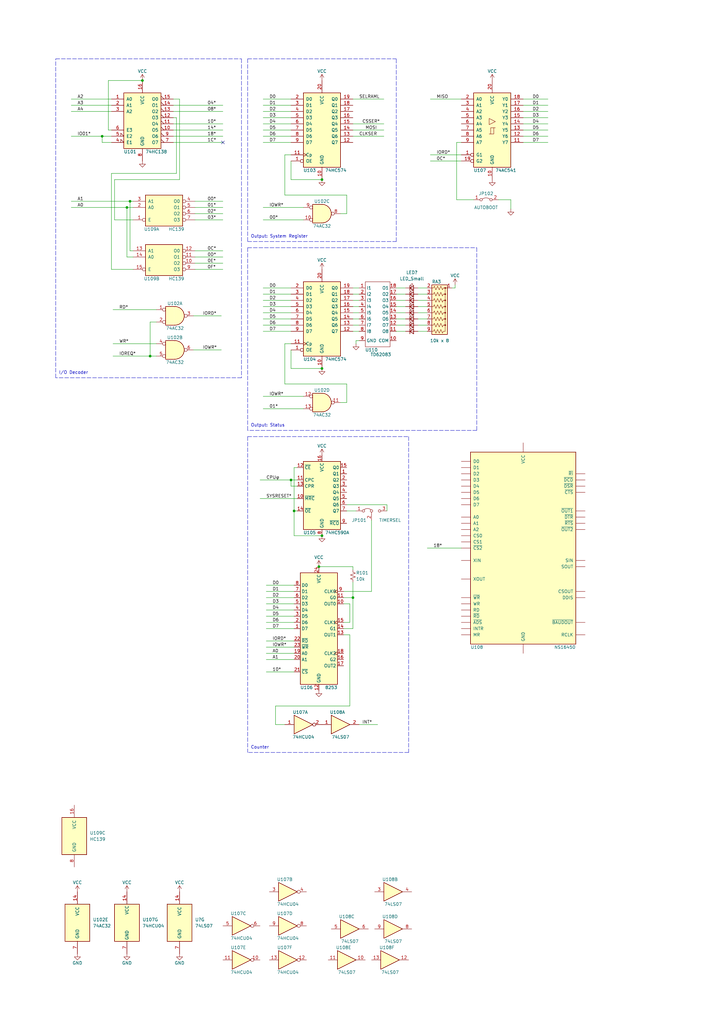
<source format=kicad_sch>
(kicad_sch (version 20211123) (generator eeschema)
  (paper "A3" portrait)
  (lib_symbols
    (symbol "74xx:74HC04"
      (property "Reference" "U" (at 0 1.27 0))
      (property "Value" "74HC04" (at 0 -1.27 0))
      (symbol "74HC04_1_0"
        (pin input line (at -7.62 0 0) (length 3.81) (name "~") (number "1"))
        (pin output inverted (at 7.62 0 180) (length 3.81) (name "~") (number "2"))
      )
      (symbol "74HC04_2_0"
        (pin input line (at -7.62 0 0) (length 3.81) (name "~") (number "3"))
        (pin output inverted (at 7.62 0 180) (length 3.81) (name "~") (number "4"))
      )
      (symbol "74HC04_3_0"
        (pin input line (at -7.62 0 0) (length 3.81) (name "~") (number "5"))
        (pin output inverted (at 7.62 0 180) (length 3.81) (name "~") (number "6"))
      )
      (symbol "74HC04_4_0"
        (pin output inverted (at 7.62 0 180) (length 3.81) (name "~") (number "8"))
        (pin input line (at -7.62 0 0) (length 3.81) (name "~") (number "9"))
      )
      (symbol "74HC04_5_0"
        (pin output inverted (at 7.62 0 180) (length 3.81) (name "~") (number "10"))
        (pin input line (at -7.62 0 0) (length 3.81) (name "~") (number "11"))
      )
      (symbol "74HC04_6_0"
        (pin output inverted (at 7.62 0 180) (length 3.81) (name "~") (number "12"))
        (pin input line (at -7.62 0 0) (length 3.81) (name "~") (number "13"))
      )
      (symbol "74HC04_7_0"
        (pin power_in line (at 0 12.7 270) (length 5.08) (name "VCC") (number "14"))
        (pin power_in line (at 0 -12.7 90) (length 5.08) (name "GND") (number "7"))
      )
    )
    (symbol "74xx:74HC590A"
      (property "Reference" "U" (at -7.62 16.51 0))
      (property "Value" "74HC590A" (at -7.62 -13.97 0))
      (symbol "74HC590A_1_0"
        (pin tri_state line (at 10.16 10.16 180) (length 2.54) (name "Q1") (number "1"))
        (pin input line (at -10.16 0 0) (length 2.54) (name "~{MRC}") (number "10"))
        (pin input line (at -10.16 7.62 0) (length 2.54) (name "CPC") (number "11"))
        (pin input line (at -10.16 12.7 0) (length 2.54) (name "~{CE}") (number "12"))
        (pin input line (at -10.16 5.08 0) (length 2.54) (name "CPR") (number "13"))
        (pin input line (at -10.16 -5.08 0) (length 2.54) (name "~{OE}") (number "14"))
        (pin tri_state line (at 10.16 12.7 180) (length 2.54) (name "Q0") (number "15"))
        (pin power_in line (at 0 17.78 270) (length 2.54) (name "VCC") (number "16"))
        (pin tri_state line (at 10.16 7.62 180) (length 2.54) (name "Q2") (number "2"))
        (pin tri_state line (at 10.16 5.08 180) (length 2.54) (name "Q3") (number "3"))
        (pin tri_state line (at 10.16 2.54 180) (length 2.54) (name "Q4") (number "4"))
        (pin tri_state line (at 10.16 0 180) (length 2.54) (name "Q5") (number "5"))
        (pin tri_state line (at 10.16 -2.54 180) (length 2.54) (name "Q6") (number "6"))
        (pin tri_state line (at 10.16 -5.08 180) (length 2.54) (name "Q7") (number "7"))
        (pin power_in line (at 0 -15.24 90) (length 2.54) (name "GND") (number "8"))
        (pin output line (at 10.16 -10.16 180) (length 2.54) (name "~{RCO}") (number "9"))
      )
    )
    (symbol "74xx:74LS07" (pin_names (offset 1.016))
      (property "Reference" "U" (at 0 1.27 0))
      (property "Value" "74LS07" (at 0 -1.27 0))
      (symbol "74LS07_1_0"
        (pin input line (at -7.62 0 0) (length 3.81) (name "~") (number "1"))
        (pin open_collector line (at 7.62 0 180) (length 3.81) (name "~") (number "2"))
      )
      (symbol "74LS07_2_0"
        (pin input line (at -7.62 0 0) (length 3.81) (name "~") (number "3"))
        (pin open_collector line (at 7.62 0 180) (length 3.81) (name "~") (number "4"))
      )
      (symbol "74LS07_3_0"
        (pin input line (at -7.62 0 0) (length 3.81) (name "~") (number "5"))
        (pin open_collector line (at 7.62 0 180) (length 3.81) (name "~") (number "6"))
      )
      (symbol "74LS07_4_0"
        (pin open_collector line (at 7.62 0 180) (length 3.81) (name "~") (number "8"))
        (pin input line (at -7.62 0 0) (length 3.81) (name "~") (number "9"))
      )
      (symbol "74LS07_5_0"
        (pin open_collector line (at 7.62 0 180) (length 3.81) (name "~") (number "10"))
        (pin input line (at -7.62 0 0) (length 3.81) (name "~") (number "11"))
      )
      (symbol "74LS07_6_0"
        (pin open_collector line (at 7.62 0 180) (length 3.81) (name "~") (number "12"))
        (pin input line (at -7.62 0 0) (length 3.81) (name "~") (number "13"))
      )
      (symbol "74LS07_7_0"
        (pin power_in line (at 0 12.7 270) (length 5.08) (name "VCC") (number "14"))
        (pin power_in line (at 0 -12.7 90) (length 5.08) (name "GND") (number "7"))
      )
    )
    (symbol "74xx:74LS138" (pin_names (offset 1.016))
      (property "Reference" "U" (at -7.62 11.43 0))
      (property "Value" "74LS138" (at -7.62 -13.97 0))
      (symbol "74LS138_1_0"
        (pin input line (at -12.7 7.62 0) (length 5.08) (name "A0") (number "1"))
        (pin output output_low (at 12.7 -5.08 180) (length 5.08) (name "O5") (number "10"))
        (pin output output_low (at 12.7 -2.54 180) (length 5.08) (name "O4") (number "11"))
        (pin output output_low (at 12.7 0 180) (length 5.08) (name "O3") (number "12"))
        (pin output output_low (at 12.7 2.54 180) (length 5.08) (name "O2") (number "13"))
        (pin output output_low (at 12.7 5.08 180) (length 5.08) (name "O1") (number "14"))
        (pin output output_low (at 12.7 7.62 180) (length 5.08) (name "O0") (number "15"))
        (pin power_in line (at 0 15.24 270) (length 5.08) (name "VCC") (number "16"))
        (pin input line (at -12.7 5.08 0) (length 5.08) (name "A1") (number "2"))
        (pin input line (at -12.7 2.54 0) (length 5.08) (name "A2") (number "3"))
        (pin input input_low (at -12.7 -10.16 0) (length 5.08) (name "E1") (number "4"))
        (pin input input_low (at -12.7 -7.62 0) (length 5.08) (name "E2") (number "5"))
        (pin input line (at -12.7 -5.08 0) (length 5.08) (name "E3") (number "6"))
        (pin output output_low (at 12.7 -10.16 180) (length 5.08) (name "O7") (number "7"))
        (pin power_in line (at 0 -17.78 90) (length 5.08) (name "GND") (number "8"))
        (pin output output_low (at 12.7 -7.62 180) (length 5.08) (name "O6") (number "9"))
      )
    )
    (symbol "74xx:74LS139" (pin_names (offset 1.016))
      (property "Reference" "U" (at -7.62 8.89 0))
      (property "Value" "74LS139" (at -7.62 -8.89 0))
      (symbol "74LS139_1_0"
        (pin input inverted (at -12.7 -5.08 0) (length 5.08) (name "E") (number "1"))
        (pin input line (at -12.7 0 0) (length 5.08) (name "A0") (number "2"))
        (pin input line (at -12.7 2.54 0) (length 5.08) (name "A1") (number "3"))
        (pin output inverted (at 12.7 2.54 180) (length 5.08) (name "O0") (number "4"))
        (pin output inverted (at 12.7 0 180) (length 5.08) (name "O1") (number "5"))
        (pin output inverted (at 12.7 -2.54 180) (length 5.08) (name "O2") (number "6"))
        (pin output inverted (at 12.7 -5.08 180) (length 5.08) (name "O3") (number "7"))
      )
      (symbol "74LS139_2_0"
        (pin output inverted (at 12.7 -2.54 180) (length 5.08) (name "O2") (number "10"))
        (pin output inverted (at 12.7 0 180) (length 5.08) (name "O1") (number "11"))
        (pin output inverted (at 12.7 2.54 180) (length 5.08) (name "O0") (number "12"))
        (pin input line (at -12.7 2.54 0) (length 5.08) (name "A1") (number "13"))
        (pin input line (at -12.7 0 0) (length 5.08) (name "A0") (number "14"))
        (pin input inverted (at -12.7 -5.08 0) (length 5.08) (name "E") (number "15"))
        (pin output inverted (at 12.7 -5.08 180) (length 5.08) (name "O3") (number "9"))
      )
      (symbol "74LS139_3_0"
        (pin power_in line (at 0 12.7 270) (length 5.08) (name "VCC") (number "16"))
        (pin power_in line (at 0 -12.7 90) (length 5.08) (name "GND") (number "8"))
      )
    )
    (symbol "74xx:74LS32" (pin_names (offset 1.016))
      (property "Reference" "U" (at 0 1.27 0))
      (property "Value" "74LS32" (at 0 -1.27 0))
      (symbol "74LS32_1_1"
        (pin input line (at -7.62 2.54 0) (length 4.318) (name "~") (number "1"))
        (pin input line (at -7.62 -2.54 0) (length 4.318) (name "~") (number "2"))
        (pin output line (at 7.62 0 180) (length 3.81) (name "~") (number "3"))
      )
      (symbol "74LS32_1_2"
        (pin input inverted (at -7.62 2.54 0) (length 3.81) (name "~") (number "1"))
        (pin input inverted (at -7.62 -2.54 0) (length 3.81) (name "~") (number "2"))
        (pin output inverted (at 7.62 0 180) (length 3.81) (name "~") (number "3"))
      )
      (symbol "74LS32_2_1"
        (pin input line (at -7.62 2.54 0) (length 4.318) (name "~") (number "4"))
        (pin input line (at -7.62 -2.54 0) (length 4.318) (name "~") (number "5"))
        (pin output line (at 7.62 0 180) (length 3.81) (name "~") (number "6"))
      )
      (symbol "74LS32_2_2"
        (pin input inverted (at -7.62 2.54 0) (length 3.81) (name "~") (number "4"))
        (pin input inverted (at -7.62 -2.54 0) (length 3.81) (name "~") (number "5"))
        (pin output inverted (at 7.62 0 180) (length 3.81) (name "~") (number "6"))
      )
      (symbol "74LS32_3_1"
        (pin input line (at -7.62 -2.54 0) (length 4.318) (name "~") (number "10"))
        (pin output line (at 7.62 0 180) (length 3.81) (name "~") (number "8"))
        (pin input line (at -7.62 2.54 0) (length 4.318) (name "~") (number "9"))
      )
      (symbol "74LS32_3_2"
        (pin input inverted (at -7.62 -2.54 0) (length 3.81) (name "~") (number "10"))
        (pin output inverted (at 7.62 0 180) (length 3.81) (name "~") (number "8"))
        (pin input inverted (at -7.62 2.54 0) (length 3.81) (name "~") (number "9"))
      )
      (symbol "74LS32_4_1"
        (pin output line (at 7.62 0 180) (length 3.81) (name "~") (number "11"))
        (pin input line (at -7.62 2.54 0) (length 4.318) (name "~") (number "12"))
        (pin input line (at -7.62 -2.54 0) (length 4.318) (name "~") (number "13"))
      )
      (symbol "74LS32_4_2"
        (pin output inverted (at 7.62 0 180) (length 3.81) (name "~") (number "11"))
        (pin input inverted (at -7.62 2.54 0) (length 3.81) (name "~") (number "12"))
        (pin input inverted (at -7.62 -2.54 0) (length 3.81) (name "~") (number "13"))
      )
      (symbol "74LS32_5_0"
        (pin power_in line (at 0 12.7 270) (length 5.08) (name "VCC") (number "14"))
        (pin power_in line (at 0 -12.7 90) (length 5.08) (name "GND") (number "7"))
      )
    )
    (symbol "74xx:74LS541" (pin_names (offset 1.016))
      (property "Reference" "U" (at -7.62 16.51 0))
      (property "Value" "74LS541" (at -7.62 -16.51 0))
      (symbol "74LS541_1_0"
        (pin input inverted (at -12.7 -10.16 0) (length 5.08) (name "G1") (number "1"))
        (pin power_in line (at 0 -20.32 90) (length 5.08) (name "GND") (number "10"))
        (pin tri_state line (at 12.7 -5.08 180) (length 5.08) (name "Y7") (number "11"))
        (pin tri_state line (at 12.7 -2.54 180) (length 5.08) (name "Y6") (number "12"))
        (pin tri_state line (at 12.7 0 180) (length 5.08) (name "Y5") (number "13"))
        (pin tri_state line (at 12.7 2.54 180) (length 5.08) (name "Y4") (number "14"))
        (pin tri_state line (at 12.7 5.08 180) (length 5.08) (name "Y3") (number "15"))
        (pin tri_state line (at 12.7 7.62 180) (length 5.08) (name "Y2") (number "16"))
        (pin tri_state line (at 12.7 10.16 180) (length 5.08) (name "Y1") (number "17"))
        (pin tri_state line (at 12.7 12.7 180) (length 5.08) (name "Y0") (number "18"))
        (pin input inverted (at -12.7 -12.7 0) (length 5.08) (name "G2") (number "19"))
        (pin input line (at -12.7 12.7 0) (length 5.08) (name "A0") (number "2"))
        (pin power_in line (at 0 20.32 270) (length 5.08) (name "VCC") (number "20"))
        (pin input line (at -12.7 10.16 0) (length 5.08) (name "A1") (number "3"))
        (pin input line (at -12.7 7.62 0) (length 5.08) (name "A2") (number "4"))
        (pin input line (at -12.7 5.08 0) (length 5.08) (name "A3") (number "5"))
        (pin input line (at -12.7 2.54 0) (length 5.08) (name "A4") (number "6"))
        (pin input line (at -12.7 0 0) (length 5.08) (name "A5") (number "7"))
        (pin input line (at -12.7 -2.54 0) (length 5.08) (name "A6") (number "8"))
        (pin input line (at -12.7 -5.08 0) (length 5.08) (name "A7") (number "9"))
      )
    )
    (symbol "74xx:74LS574" (pin_names (offset 1.016))
      (property "Reference" "U" (at -7.62 16.51 0))
      (property "Value" "74LS574" (at -7.62 -16.51 0))
      (symbol "74LS574_1_0"
        (pin input inverted (at -12.7 -12.7 0) (length 5.08) (name "OE") (number "1"))
        (pin power_in line (at 0 -20.32 90) (length 5.08) (name "GND") (number "10"))
        (pin input clock (at -12.7 -10.16 0) (length 5.08) (name "Cp") (number "11"))
        (pin tri_state line (at 12.7 -5.08 180) (length 5.08) (name "Q7") (number "12"))
        (pin tri_state line (at 12.7 -2.54 180) (length 5.08) (name "Q6") (number "13"))
        (pin tri_state line (at 12.7 0 180) (length 5.08) (name "Q5") (number "14"))
        (pin tri_state line (at 12.7 2.54 180) (length 5.08) (name "Q4") (number "15"))
        (pin tri_state line (at 12.7 5.08 180) (length 5.08) (name "Q3") (number "16"))
        (pin tri_state line (at 12.7 7.62 180) (length 5.08) (name "Q2") (number "17"))
        (pin tri_state line (at 12.7 10.16 180) (length 5.08) (name "Q1") (number "18"))
        (pin tri_state line (at 12.7 12.7 180) (length 5.08) (name "Q0") (number "19"))
        (pin input line (at -12.7 12.7 0) (length 5.08) (name "D0") (number "2"))
        (pin power_in line (at 0 20.32 270) (length 5.08) (name "VCC") (number "20"))
        (pin input line (at -12.7 10.16 0) (length 5.08) (name "D1") (number "3"))
        (pin input line (at -12.7 7.62 0) (length 5.08) (name "D2") (number "4"))
        (pin input line (at -12.7 5.08 0) (length 5.08) (name "D3") (number "5"))
        (pin input line (at -12.7 2.54 0) (length 5.08) (name "D4") (number "6"))
        (pin input line (at -12.7 0 0) (length 5.08) (name "D5") (number "7"))
        (pin input line (at -12.7 -2.54 0) (length 5.08) (name "D6") (number "8"))
        (pin input line (at -12.7 -5.08 0) (length 5.08) (name "D7") (number "9"))
      )
    )
    (symbol "Device:LED_Small" (pin_numbers hide) (pin_names (offset 0.254) hide)
      (property "Reference" "D" (at -1.27 3.175 0))
      (property "Value" "LED_Small" (at -4.445 -2.54 0))
      (symbol "LED_Small_1_1"
        (pin passive line (at -2.54 0 0) (length 1.778) (name "K") (number "1"))
        (pin passive line (at 2.54 0 180) (length 1.778) (name "A") (number "2"))
      )
    )
    (symbol "Device:R_Network08_US" (pin_names (offset 0) hide)
      (property "Reference" "RN" (at -12.7 0 90))
      (property "Value" "R_Network08_US" (at 10.16 0 90))
      (symbol "R_Network08_US_1_1"
        (pin passive line (at -10.16 5.08 270) (length 2.54) (name "common") (number "1"))
        (pin passive line (at -10.16 -5.08 90) (length 1.27) (name "R1") (number "2"))
        (pin passive line (at -7.62 -5.08 90) (length 1.27) (name "R2") (number "3"))
        (pin passive line (at -5.08 -5.08 90) (length 1.27) (name "R3") (number "4"))
        (pin passive line (at -2.54 -5.08 90) (length 1.27) (name "R4") (number "5"))
        (pin passive line (at 0 -5.08 90) (length 1.27) (name "R5") (number "6"))
        (pin passive line (at 2.54 -5.08 90) (length 1.27) (name "R6") (number "7"))
        (pin passive line (at 5.08 -5.08 90) (length 1.27) (name "R7") (number "8"))
        (pin passive line (at 7.62 -5.08 90) (length 1.27) (name "R8") (number "9"))
      )
    )
    (symbol "Device:R_Small_US" (pin_numbers hide) (pin_names (offset 0.254) hide)
      (property "Reference" "R" (at 0.762 0.508 0))
      (property "Value" "R_Small_US" (at 0.762 -1.016 0))
      (symbol "R_Small_US_1_1"
        (pin passive line (at 0 2.54 270) (length 1.016) (name "~") (number "1"))
        (pin passive line (at 0 -2.54 90) (length 1.016) (name "~") (number "2"))
      )
    )
    (symbol "Interface_UART:16450" (pin_numbers hide) (pin_names (offset 1.016))
      (property "Reference" "U" (at -21.59 40.64 0))
      (property "Value" "16450" (at 15.24 40.64 0))
      (symbol "16450_1_1"
        (pin bidirectional line (at -25.4 35.56 0) (length 3.81) (name "D0") (number "1"))
        (pin input line (at 25.4 -5.08 180) (length 3.81) (name "SIN") (number "10"))
        (pin output line (at 25.4 -7.62 180) (length 3.81) (name "SOUT") (number "11"))
        (pin input line (at -25.4 5.08 0) (length 3.81) (name "CS0") (number "12"))
        (pin input line (at -25.4 2.54 0) (length 3.81) (name "CS1") (number "13"))
        (pin input line (at -25.4 0 0) (length 3.81) (name "~{CS2}") (number "14"))
        (pin output line (at 25.4 -30.48 180) (length 3.81) (name "~{BAUDOUT}") (number "15"))
        (pin input line (at -25.4 -5.08 0) (length 3.81) (name "XIN") (number "16"))
        (pin output line (at -25.4 -12.7 0) (length 3.81) (name "XOUT") (number "17"))
        (pin input line (at -25.4 -20.32 0) (length 3.81) (name "~{WR}") (number "18"))
        (pin input line (at -25.4 -22.86 0) (length 3.81) (name "WR") (number "19"))
        (pin bidirectional line (at -25.4 33.02 0) (length 3.81) (name "D1") (number "2"))
        (pin power_in line (at 0 -43.18 90) (length 3.81) (name "GND") (number "20"))
        (pin input line (at -25.4 -27.94 0) (length 3.81) (name "~{RD}") (number "21"))
        (pin input line (at -25.4 -25.4 0) (length 3.81) (name "RD") (number "22"))
        (pin output line (at 25.4 -20.32 180) (length 3.81) (name "DDIS") (number "23"))
        (pin output line (at 25.4 -17.78 180) (length 3.81) (name "CSOUT") (number "24"))
        (pin input line (at -25.4 -30.48 0) (length 3.81) (name "~{ADS}") (number "25"))
        (pin input line (at -25.4 7.62 0) (length 3.81) (name "A2") (number "26"))
        (pin input line (at -25.4 10.16 0) (length 3.81) (name "A1") (number "27"))
        (pin input line (at -25.4 12.7 0) (length 3.81) (name "A0") (number "28"))
        (pin bidirectional line (at -25.4 30.48 0) (length 3.81) (name "D2") (number "3"))
        (pin output line (at -25.4 -33.02 0) (length 3.81) (name "INTR") (number "30"))
        (pin output line (at 25.4 7.62 180) (length 3.81) (name "~{OUT2}") (number "31"))
        (pin output line (at 25.4 10.16 180) (length 3.81) (name "~{RTS}") (number "32"))
        (pin output line (at 25.4 12.7 180) (length 3.81) (name "~{DTR}") (number "33"))
        (pin output line (at 25.4 15.24 180) (length 3.81) (name "~{OUT1}") (number "34"))
        (pin input line (at -25.4 -35.56 0) (length 3.81) (name "MR") (number "35"))
        (pin input line (at 25.4 22.86 180) (length 3.81) (name "~{CTS}") (number "36"))
        (pin input line (at 25.4 25.4 180) (length 3.81) (name "~{DSR}") (number "37"))
        (pin input line (at 25.4 27.94 180) (length 3.81) (name "~{DCD}") (number "38"))
        (pin input line (at 25.4 30.48 180) (length 3.81) (name "~{RI}") (number "39"))
        (pin bidirectional line (at -25.4 27.94 0) (length 3.81) (name "D3") (number "4"))
        (pin power_in line (at 0 43.18 270) (length 3.81) (name "VCC") (number "40"))
        (pin bidirectional line (at -25.4 25.4 0) (length 3.81) (name "D4") (number "5"))
        (pin bidirectional line (at -25.4 22.86 0) (length 3.81) (name "D5") (number "6"))
        (pin bidirectional line (at -25.4 20.32 0) (length 3.81) (name "D6") (number "7"))
        (pin bidirectional line (at -25.4 17.78 0) (length 3.81) (name "D7") (number "8"))
        (pin input line (at 25.4 -35.56 180) (length 3.81) (name "RCLK") (number "9"))
      )
    )
    (symbol "Jumper:Jumper_2_Bridged" (pin_names (offset 0) hide)
      (property "Reference" "JP" (at 0 1.905 0))
      (property "Value" "Jumper_2_Bridged" (at 0 -2.54 0))
      (symbol "Jumper_2_Bridged_1_1"
        (pin passive line (at -5.08 0 0) (length 2.54) (name "A") (number "1"))
        (pin passive line (at 5.08 0 180) (length 2.54) (name "B") (number "2"))
      )
    )
    (symbol "Jumper:Jumper_3_Bridged12" (pin_names (offset 0) hide)
      (property "Reference" "JP" (at -2.54 -2.54 0))
      (property "Value" "Jumper_3_Bridged12" (at 0 2.794 0))
      (symbol "Jumper_3_Bridged12_1_1"
        (pin passive line (at -6.35 0 0) (length 2.54) (name "A") (number "1"))
        (pin passive line (at 0 -3.81 90) (length 2.54) (name "C") (number "2"))
        (pin passive line (at 6.35 0 180) (length 2.54) (name "B") (number "3"))
      )
    )
    (symbol "Timer:8253"
      (property "Reference" "U" (at -5.08 24.13 0))
      (property "Value" "8253" (at 2.54 24.13 0))
      (symbol "8253_1_1"
        (pin bidirectional line (at -10.16 0 0) (length 2.54) (name "D7") (number "1"))
        (pin output line (at 10.16 10.16 180) (length 2.54) (name "OUT0") (number "10"))
        (pin input line (at 10.16 12.7 180) (length 2.54) (name "G0") (number "11"))
        (pin power_in line (at 0 -25.4 90) (length 2.54) (name "GND") (number "12"))
        (pin output line (at 10.16 -2.54 180) (length 2.54) (name "OUT1") (number "13"))
        (pin input line (at 10.16 0 180) (length 2.54) (name "G1") (number "14"))
        (pin input clock (at 10.16 2.54 180) (length 2.54) (name "CLK1") (number "15"))
        (pin input line (at 10.16 -12.7 180) (length 2.54) (name "G2") (number "16"))
        (pin output line (at 10.16 -15.24 180) (length 2.54) (name "OUT2") (number "17"))
        (pin input clock (at 10.16 -10.16 180) (length 2.54) (name "CLK2") (number "18"))
        (pin input line (at -10.16 -10.16 0) (length 2.54) (name "A0") (number "19"))
        (pin bidirectional line (at -10.16 2.54 0) (length 2.54) (name "D6") (number "2"))
        (pin input line (at -10.16 -12.7 0) (length 2.54) (name "A1") (number "20"))
        (pin input line (at -10.16 -17.78 0) (length 2.54) (name "~{CS}") (number "21"))
        (pin input line (at -10.16 -5.08 0) (length 2.54) (name "~{RD}") (number "22"))
        (pin input line (at -10.16 -7.62 0) (length 2.54) (name "~{WR}") (number "23"))
        (pin power_in line (at 0 25.4 270) (length 2.54) (name "VCC") (number "24"))
        (pin bidirectional line (at -10.16 5.08 0) (length 2.54) (name "D5") (number "3"))
        (pin bidirectional line (at -10.16 7.62 0) (length 2.54) (name "D4") (number "4"))
        (pin bidirectional line (at -10.16 10.16 0) (length 2.54) (name "D3") (number "5"))
        (pin bidirectional line (at -10.16 12.7 0) (length 2.54) (name "D2") (number "6"))
        (pin bidirectional line (at -10.16 15.24 0) (length 2.54) (name "D1") (number "7"))
        (pin bidirectional line (at -10.16 17.78 0) (length 2.54) (name "D0") (number "8"))
        (pin input clock (at 10.16 15.24 180) (length 2.54) (name "CLK0") (number "9"))
      )
    )
    (symbol "Toshiba_Sp:TD62x83"
      (property "Reference" "U" (at 0 16.51 0))
      (property "Value" "TD62x83" (at 0 13.97 0))
      (symbol "TD62x83_1_1"
        (pin input line (at -7.62 10.16 0) (length 2.54) (name "I1") (number "1"))
        (pin power_in line (at 7.62 -11.43 180) (length 2.54) (name "COM") (number "10"))
        (pin output line (at 7.62 -7.62 180) (length 2.54) (name "O8") (number "11"))
        (pin output line (at 7.62 -5.08 180) (length 2.54) (name "O7") (number "12"))
        (pin output line (at 7.62 -2.54 180) (length 2.54) (name "O6") (number "13"))
        (pin output line (at 7.62 0 180) (length 2.54) (name "O5") (number "14"))
        (pin output line (at 7.62 2.54 180) (length 2.54) (name "O4") (number "15"))
        (pin output line (at 7.62 5.08 180) (length 2.54) (name "O3") (number "16"))
        (pin output line (at 7.62 7.62 180) (length 2.54) (name "O2") (number "17"))
        (pin output line (at 7.62 10.16 180) (length 2.54) (name "O1") (number "18"))
        (pin input line (at -7.62 7.62 0) (length 2.54) (name "I2") (number "2"))
        (pin input line (at -7.62 5.08 0) (length 2.54) (name "I3") (number "3"))
        (pin input line (at -7.62 2.54 0) (length 2.54) (name "I4") (number "4"))
        (pin input line (at -7.62 0 0) (length 2.54) (name "I5") (number "5"))
        (pin input line (at -7.62 -2.54 0) (length 2.54) (name "I6") (number "6"))
        (pin input line (at -7.62 -5.08 0) (length 2.54) (name "I7") (number "7"))
        (pin input line (at -7.62 -7.62 0) (length 2.54) (name "I8") (number "8"))
        (pin power_in line (at -7.62 -11.43 0) (length 2.54) (name "GND") (number "9"))
      )
    )
    (symbol "power:GND" (power) (pin_names (offset 0))
      (property "Value" "GND" (at 0 -3.81 0))
      (symbol "GND_1_1"
        (pin power_in line (at 0 0 270) (length 0) hide (name "GND") (number "1"))
      )
    )
    (symbol "power:VCC" (power) (pin_names (offset 0))
      (property "Value" "VCC" (at 0 3.81 0))
      (symbol "VCC_1_1"
        (pin power_in line (at 0 0 90) (length 0) hide (name "VCC") (number "1"))
      )
    )
  )
  (junction (at 119.38 196.85))
  (junction (at 53.34 82.55))
  (junction (at 58.42 33.02))
  (junction (at 41.91 55.88))
  (junction (at 144.78 245.11))
  (junction (at 61.595 146.05))
  (junction (at 120.65 209.55))
  (junction (at 132.08 219.71))
  (junction (at 52.07 85.09))
  (junction (at 130.81 232.41))
  (junction (at 132.08 73.66))
  (junction (at 132.08 151.13))
  (no_connect (at 91.44 58.42))
  (wire (pts (xy 80.01 85.09) (xy 91.44 85.09)))
  (wire (pts (xy 143.51 289.56) (xy 113.03 289.56)))
  (wire (pts (xy 162.56 120.65) (xy 166.37 120.65)))
  (wire (pts (xy 171.45 130.81) (xy 175.26 130.81)))
  (wire (pts (xy 204.47 81.915) (xy 209.55 81.915)))
  (wire (pts (xy 109.22 255.27) (xy 120.65 255.27)))
  (wire (pts (xy 46.99 73.66) (xy 46.99 90.17)))
  (wire (pts (xy 171.45 135.89) (xy 175.26 135.89)))
  (wire (pts (xy 72.39 71.12) (xy 45.72 71.12)))
  (wire (pts (xy 214.63 58.42) (xy 224.79 58.42)))
  (wire (pts (xy 71.12 58.42) (xy 91.44 58.42)))
  (wire (pts (xy 162.56 128.27) (xy 166.37 128.27)))
  (wire (pts (xy 116.84 157.48) (xy 116.84 140.97)))
  (wire (pts (xy 187.325 58.42) (xy 187.325 81.915)))
  (wire (pts (xy 107.95 123.19) (xy 119.38 123.19)))
  (wire (pts (xy 71.12 53.34) (xy 91.44 53.34)))
  (wire (pts (xy 109.22 250.19) (xy 120.65 250.19)))
  (wire (pts (xy 44.45 53.34) (xy 44.45 33.02)))
  (wire (pts (xy 144.78 232.41) (xy 144.78 233.68)))
  (wire (pts (xy 54.61 102.87) (xy 53.34 102.87)))
  (wire (pts (xy 109.22 247.65) (xy 120.65 247.65)))
  (wire (pts (xy 144.78 135.89) (xy 147.32 135.89)))
  (wire (pts (xy 143.51 260.35) (xy 143.51 289.56)))
  (wire (pts (xy 119.38 151.13) (xy 132.08 151.13)))
  (wire (pts (xy 113.03 289.56) (xy 113.03 297.18)))
  (wire (pts (xy 209.55 81.915) (xy 209.55 85.725)))
  (wire (pts (xy 171.45 118.11) (xy 175.26 118.11)))
  (wire (pts (xy 29.21 45.72) (xy 45.72 45.72)))
  (wire (pts (xy 106.68 196.85) (xy 119.38 196.85)))
  (wire (pts (xy 79.375 143.51) (xy 90.805 143.51)))
  (wire (pts (xy 139.7 165.1) (xy 142.24 165.1)))
  (wire (pts (xy 45.72 53.34) (xy 44.45 53.34)))
  (wire (pts (xy 29.21 55.88) (xy 41.91 55.88)))
  (wire (pts (xy 214.63 40.64) (xy 224.79 40.64)))
  (wire (pts (xy 107.95 120.65) (xy 119.38 120.65)))
  (wire (pts (xy 107.95 118.11) (xy 119.38 118.11)))
  (wire (pts (xy 162.56 118.11) (xy 166.37 118.11)))
  (wire (pts (xy 72.39 48.26) (xy 72.39 71.12)))
  (wire (pts (xy 187.325 81.915) (xy 194.31 81.915)))
  (wire (pts (xy 120.65 219.71) (xy 132.08 219.71)))
  (wire (pts (xy 171.45 125.73) (xy 175.26 125.73)))
  (wire (pts (xy 107.95 125.73) (xy 119.38 125.73)))
  (wire (pts (xy 120.65 209.55) (xy 121.92 209.55)))
  (wire (pts (xy 214.63 50.8) (xy 224.79 50.8)))
  (wire (pts (xy 71.12 45.72) (xy 91.44 45.72)))
  (wire (pts (xy 54.61 105.41) (xy 52.07 105.41)))
  (wire (pts (xy 144.78 128.27) (xy 147.32 128.27)))
  (wire (pts (xy 73.66 73.66) (xy 46.99 73.66)))
  (wire (pts (xy 214.63 43.18) (xy 224.79 43.18)))
  (wire (pts (xy 107.95 45.72) (xy 119.38 45.72)))
  (wire (pts (xy 109.22 262.89) (xy 120.65 262.89)))
  (polyline (pts (xy 101.6 101.6) (xy 195.58 101.6)))
  (wire (pts (xy 109.22 240.03) (xy 120.65 240.03)))
  (wire (pts (xy 214.63 48.26) (xy 224.79 48.26)))
  (wire (pts (xy 71.12 48.26) (xy 72.39 48.26)))
  (polyline (pts (xy 101.6 101.6) (xy 101.6 176.53)))
  (wire (pts (xy 140.97 245.11) (xy 144.78 245.11)))
  (wire (pts (xy 162.56 125.73) (xy 166.37 125.73)))
  (wire (pts (xy 120.65 209.55) (xy 120.65 219.71)))
  (wire (pts (xy 142.24 207.01) (xy 158.75 207.01)))
  (wire (pts (xy 109.22 265.43) (xy 120.65 265.43)))
  (wire (pts (xy 109.22 252.73) (xy 120.65 252.73)))
  (wire (pts (xy 185.42 118.11) (xy 186.69 118.11)))
  (wire (pts (xy 158.75 207.01) (xy 158.75 209.55)))
  (wire (pts (xy 80.01 82.55) (xy 91.44 82.55)))
  (wire (pts (xy 79.375 129.54) (xy 90.805 129.54)))
  (wire (pts (xy 41.91 58.42) (xy 45.72 58.42)))
  (wire (pts (xy 143.51 255.27) (xy 140.97 255.27)))
  (wire (pts (xy 107.95 162.56) (xy 124.46 162.56)))
  (wire (pts (xy 80.01 102.87) (xy 91.44 102.87)))
  (wire (pts (xy 119.38 143.51) (xy 119.38 151.13)))
  (wire (pts (xy 214.63 55.88) (xy 224.79 55.88)))
  (wire (pts (xy 107.95 167.64) (xy 124.46 167.64)))
  (wire (pts (xy 109.22 242.57) (xy 120.65 242.57)))
  (polyline (pts (xy 167.64 308.61) (xy 101.6 308.61)))
  (wire (pts (xy 109.22 270.51) (xy 120.65 270.51)))
  (wire (pts (xy 46.355 127) (xy 64.135 127)))
  (wire (pts (xy 171.45 123.19) (xy 175.26 123.19)))
  (wire (pts (xy 41.91 55.88) (xy 41.91 58.42)))
  (polyline (pts (xy 195.58 176.53) (xy 101.6 176.53)))
  (wire (pts (xy 52.07 105.41) (xy 52.07 85.09)))
  (wire (pts (xy 144.78 238.76) (xy 144.78 245.11)))
  (wire (pts (xy 109.22 245.11) (xy 120.65 245.11)))
  (wire (pts (xy 214.63 45.72) (xy 224.79 45.72)))
  (wire (pts (xy 144.78 55.88) (xy 157.48 55.88)))
  (wire (pts (xy 46.355 146.05) (xy 61.595 146.05)))
  (wire (pts (xy 109.22 257.81) (xy 120.65 257.81)))
  (wire (pts (xy 130.81 232.41) (xy 144.78 232.41)))
  (wire (pts (xy 45.72 110.49) (xy 54.61 110.49)))
  (wire (pts (xy 140.97 247.65) (xy 143.51 247.65)))
  (wire (pts (xy 119.38 199.39) (xy 119.38 196.85)))
  (wire (pts (xy 142.24 80.01) (xy 116.84 80.01)))
  (wire (pts (xy 142.24 209.55) (xy 146.05 209.55)))
  (wire (pts (xy 107.95 48.26) (xy 119.38 48.26)))
  (wire (pts (xy 144.78 118.11) (xy 147.32 118.11)))
  (wire (pts (xy 29.21 40.64) (xy 45.72 40.64)))
  (polyline (pts (xy 101.6 179.07) (xy 101.6 308.61)))
  (wire (pts (xy 147.32 297.18) (xy 154.94 297.18)))
  (wire (pts (xy 52.07 85.09) (xy 54.61 85.09)))
  (polyline (pts (xy 167.64 179.07) (xy 167.64 308.61)))
  (wire (pts (xy 61.595 132.08) (xy 61.595 146.05)))
  (wire (pts (xy 116.84 63.5) (xy 119.38 63.5)))
  (wire (pts (xy 107.95 43.18) (xy 119.38 43.18)))
  (wire (pts (xy 107.95 90.17) (xy 124.46 90.17)))
  (wire (pts (xy 71.12 43.18) (xy 91.44 43.18)))
  (wire (pts (xy 41.91 55.88) (xy 45.72 55.88)))
  (wire (pts (xy 64.135 132.08) (xy 61.595 132.08)))
  (polyline (pts (xy 99.06 24.13) (xy 99.06 154.94)))
  (wire (pts (xy 121.92 191.77) (xy 120.65 191.77)))
  (wire (pts (xy 107.95 50.8) (xy 119.38 50.8)))
  (wire (pts (xy 107.95 130.81) (xy 119.38 130.81)))
  (wire (pts (xy 142.24 87.63) (xy 142.24 80.01)))
  (polyline (pts (xy 22.86 154.94) (xy 22.86 24.13)))
  (wire (pts (xy 162.56 130.81) (xy 166.37 130.81)))
  (wire (pts (xy 144.78 125.73) (xy 147.32 125.73)))
  (wire (pts (xy 116.84 80.01) (xy 116.84 63.5)))
  (wire (pts (xy 171.45 120.65) (xy 175.26 120.65)))
  (wire (pts (xy 144.78 53.34) (xy 157.48 53.34)))
  (wire (pts (xy 162.56 135.89) (xy 166.37 135.89)))
  (polyline (pts (xy 99.06 154.94) (xy 22.86 154.94)))
  (wire (pts (xy 142.24 157.48) (xy 116.84 157.48)))
  (wire (pts (xy 109.22 267.97) (xy 120.65 267.97)))
  (wire (pts (xy 189.23 58.42) (xy 187.325 58.42)))
  (wire (pts (xy 140.97 260.35) (xy 143.51 260.35)))
  (wire (pts (xy 107.95 55.88) (xy 119.38 55.88)))
  (wire (pts (xy 140.97 242.57) (xy 152.4 242.57)))
  (wire (pts (xy 171.45 133.35) (xy 175.26 133.35)))
  (wire (pts (xy 106.68 204.47) (xy 121.92 204.47)))
  (wire (pts (xy 80.01 110.49) (xy 91.44 110.49)))
  (wire (pts (xy 80.01 107.95) (xy 91.44 107.95)))
  (wire (pts (xy 144.78 133.35) (xy 147.32 133.35)))
  (wire (pts (xy 107.95 53.34) (xy 119.38 53.34)))
  (wire (pts (xy 107.95 40.64) (xy 119.38 40.64)))
  (wire (pts (xy 109.22 275.59) (xy 120.65 275.59)))
  (polyline (pts (xy 22.86 24.13) (xy 99.06 24.13)))
  (wire (pts (xy 113.03 297.18) (xy 116.84 297.18)))
  (wire (pts (xy 73.66 40.64) (xy 73.66 73.66)))
  (wire (pts (xy 46.99 90.17) (xy 54.61 90.17)))
  (wire (pts (xy 147.32 139.7) (xy 146.05 139.7)))
  (wire (pts (xy 144.78 120.65) (xy 147.32 120.65)))
  (wire (pts (xy 162.56 123.19) (xy 166.37 123.19)))
  (wire (pts (xy 107.95 85.09) (xy 124.46 85.09)))
  (wire (pts (xy 176.53 63.5) (xy 189.23 63.5)))
  (wire (pts (xy 144.78 257.81) (xy 140.97 257.81)))
  (wire (pts (xy 214.63 53.34) (xy 224.79 53.34)))
  (wire (pts (xy 119.38 73.66) (xy 132.08 73.66)))
  (polyline (pts (xy 101.6 24.13) (xy 162.56 24.13)))
  (wire (pts (xy 80.01 87.63) (xy 91.44 87.63)))
  (wire (pts (xy 44.45 33.02) (xy 58.42 33.02)))
  (polyline (pts (xy 162.56 99.06) (xy 162.56 24.13)))
  (wire (pts (xy 29.21 85.09) (xy 52.07 85.09)))
  (wire (pts (xy 144.78 245.11) (xy 144.78 257.81)))
  (wire (pts (xy 144.78 40.64) (xy 157.48 40.64)))
  (polyline (pts (xy 101.6 99.06) (xy 162.56 99.06)))
  (wire (pts (xy 142.24 165.1) (xy 142.24 157.48)))
  (wire (pts (xy 116.84 140.97) (xy 119.38 140.97)))
  (wire (pts (xy 146.05 139.7) (xy 146.05 140.97)))
  (wire (pts (xy 121.92 199.39) (xy 119.38 199.39)))
  (wire (pts (xy 107.95 128.27) (xy 119.38 128.27)))
  (wire (pts (xy 176.53 40.64) (xy 189.23 40.64)))
  (wire (pts (xy 162.56 133.35) (xy 166.37 133.35)))
  (wire (pts (xy 53.34 82.55) (xy 53.34 102.87)))
  (wire (pts (xy 144.78 123.19) (xy 147.32 123.19)))
  (wire (pts (xy 139.7 87.63) (xy 142.24 87.63)))
  (polyline (pts (xy 101.6 179.07) (xy 167.64 179.07)))
  (wire (pts (xy 53.34 82.55) (xy 54.61 82.55)))
  (wire (pts (xy 80.01 90.17) (xy 91.44 90.17)))
  (wire (pts (xy 119.38 196.85) (xy 121.92 196.85)))
  (wire (pts (xy 152.4 242.57) (xy 152.4 213.36)))
  (wire (pts (xy 175.26 224.79) (xy 189.23 224.79)))
  (wire (pts (xy 176.53 66.04) (xy 189.23 66.04)))
  (wire (pts (xy 45.72 71.12) (xy 45.72 110.49)))
  (wire (pts (xy 29.21 43.18) (xy 45.72 43.18)))
  (wire (pts (xy 46.355 140.97) (xy 64.135 140.97)))
  (wire (pts (xy 186.69 118.11) (xy 186.69 116.84)))
  (wire (pts (xy 171.45 128.27) (xy 175.26 128.27)))
  (polyline (pts (xy 101.6 24.13) (xy 101.6 99.06)))
  (polyline (pts (xy 195.58 101.6) (xy 195.58 176.53)))
  (wire (pts (xy 107.95 135.89) (xy 119.38 135.89)))
  (wire (pts (xy 107.95 58.42) (xy 119.38 58.42)))
  (wire (pts (xy 71.12 50.8) (xy 91.44 50.8)))
  (wire (pts (xy 29.21 82.55) (xy 53.34 82.55)))
  (wire (pts (xy 144.78 50.8) (xy 157.48 50.8)))
  (wire (pts (xy 80.01 105.41) (xy 91.44 105.41)))
  (wire (pts (xy 119.38 66.04) (xy 119.38 73.66)))
  (wire (pts (xy 107.95 133.35) (xy 119.38 133.35)))
  (wire (pts (xy 143.51 247.65) (xy 143.51 255.27)))
  (wire (pts (xy 120.65 191.77) (xy 120.65 209.55)))
  (wire (pts (xy 144.78 130.81) (xy 147.32 130.81)))
  (wire (pts (xy 71.12 40.64) (xy 73.66 40.64)))
  (wire (pts (xy 71.12 55.88) (xy 91.44 55.88)))
  (wire (pts (xy 61.595 146.05) (xy 64.135 146.05)))
  (text "Output: Status" (at 102.87 175.26 0) (effects (font (size 1.27 1.27)) (justify left bottom)))
  (text "I/O Decoder" (at 24.13 153.67 0) (effects (font (size 1.27 1.27)) (justify left bottom)))
  (text "Output: System Register" (at 102.87 97.79 0) (effects (font (size 1.27 1.27)) (justify left bottom)))
  (text "Counter" (at 102.87 307.34 0) (effects (font (size 1.27 1.27)) (justify left bottom)))
  (label "D3" (at 110.49 48.26 0))
  (label "IOWR*" (at 83.185 143.51 0))
  (label "D1" (at 111.76 242.57 0))
  (label "D5" (at 111.76 252.73 0))
  (label "IOWR*" (at 110.49 162.56 0))
  (label "01*" (at 85.09 85.09 0))
  (label "IOREQ*" (at 48.895 146.05 0))
  (label "18*" (at 85.09 55.88 0))
  (label "00*" (at 85.09 82.55 0))
  (label "D6" (at 110.49 55.88 0))
  (label "A0" (at 31.75 85.09 0))
  (label "IORD*" (at 111.76 262.89 0))
  (label "D1" (at 218.44 43.18 0))
  (label "A3" (at 31.75 43.18 0))
  (label "18*" (at 177.8 224.79 0))
  (label "RD*" (at 48.895 127 0))
  (label "0E*" (at 85.09 107.95 0))
  (label "D0" (at 110.49 40.64 0))
  (label "CSSER*" (at 148.59 50.8 0))
  (label "04*" (at 85.09 43.18 0))
  (label "D6" (at 111.76 255.27 0))
  (label "A0" (at 111.76 267.97 0))
  (label "IOWR*" (at 110.49 85.09 0))
  (label "IOWR*" (at 111.76 265.43 0))
  (label "D7" (at 111.76 257.81 0))
  (label "D5" (at 110.49 130.81 0))
  (label "SYSRESET*" (at 109.22 204.47 0))
  (label "02*" (at 85.09 87.63 0))
  (label "D7" (at 110.49 58.42 0))
  (label "D0" (at 111.76 240.03 0))
  (label "08*" (at 85.09 45.72 0))
  (label "MOSI" (at 149.86 53.34 0))
  (label "D3" (at 111.76 247.65 0))
  (label "D1" (at 110.49 43.18 0))
  (label "SELRAML" (at 147.32 40.64 0))
  (label "0D*" (at 85.09 105.41 0))
  (label "D5" (at 110.49 53.34 0))
  (label "1C*" (at 85.09 58.42 0))
  (label "CPUφ" (at 109.22 196.85 0))
  (label "10*" (at 85.09 50.8 0))
  (label "INT*" (at 148.59 297.18 0))
  (label "D3" (at 110.49 125.73 0))
  (label "D4" (at 218.44 50.8 0))
  (label "D6" (at 218.44 55.88 0))
  (label "14*" (at 85.09 53.34 0))
  (label "D1" (at 110.49 120.65 0))
  (label "D4" (at 111.76 250.19 0))
  (label "A2" (at 31.75 40.64 0))
  (label "D7" (at 218.44 58.42 0))
  (label "A1" (at 111.76 270.51 0))
  (label "MISO" (at 179.07 40.64 0))
  (label "WR*" (at 48.895 140.97 0))
  (label "IO01*" (at 31.75 55.88 0))
  (label "00*" (at 110.49 90.17 0))
  (label "IORD*" (at 83.185 129.54 0))
  (label "A4" (at 31.75 45.72 0))
  (label "10*" (at 111.76 275.59 0))
  (label "0F*" (at 85.09 110.49 0))
  (label "D0" (at 218.44 40.64 0))
  (label "D2" (at 218.44 45.72 0))
  (label "IORD*" (at 179.07 63.5 0))
  (label "0C*" (at 85.09 102.87 0))
  (label "D6" (at 110.49 133.35 0))
  (label "01*" (at 110.49 167.64 0))
  (label "D2" (at 110.49 45.72 0))
  (label "D0" (at 110.49 118.11 0))
  (label "A1" (at 31.75 82.55 0))
  (label "D4" (at 110.49 50.8 0))
  (label "D2" (at 111.76 245.11 0))
  (label "D3" (at 218.44 48.26 0))
  (label "D4" (at 110.49 128.27 0))
  (label "0C*" (at 179.07 66.04 0))
  (label "03*" (at 85.09 90.17 0))
  (label "CLKSER" (at 147.32 55.88 0))
  (label "D5" (at 218.44 53.34 0))
  (label "D2" (at 110.49 123.19 0))
  (label "D7" (at 110.49 135.89 0))
  (symbol (lib_id "power:GND") (at 132.08 73.66 0) (unit 1)
    (property "Reference" "#PWR?" (effects hide))
    (property "Value" "GND" (effects hide))
  )
  (symbol (lib_id "74xx:74LS07") (at 73.66 378.46 0) (unit 7)
    (property "Reference" "U?" (at 80.01 377.1899 0) (effects (justify left)))
    (property "Value" "74LS07" (at 80.01 379.7299 0) (effects (justify left)))
    (property "Datasheet" "www.ti.com/lit/ds/symlink/sn74ls07.pdf" (effects hide))
  )
  (symbol (lib_id "74xx:74LS541") (at 201.93 53.34 0) (unit 1)
    (property "Reference" "U107" (at 194.31 69.85 0) (effects (justify left)))
    (property "Value" "74AC541" (at 203.2 69.85 0) (effects (justify left)))
    (property "Datasheet" "http://www.ti.com/lit/gpn/sn74LS541" (effects hide))
  )
  (symbol (lib_id "74xx:74LS07") (at 139.7 297.18 0) (unit 1)
    (property "Reference" "U108" (at 138.43 292.1 0))
    (property "Value" "74LS07" (at 139.7 302.26 0))
    (property "Datasheet" "www.ti.com/lit/ds/symlink/sn74ls07.pdf" (effects hide))
  )
  (symbol (lib_id "power:GND") (at 209.55 85.725 0) (unit 1)
    (property "Reference" "#PWR?" (effects hide))
    (property "Value" "GND" (effects hide))
  )
  (symbol (lib_id "74xx:74LS139") (at 67.31 85.09 0) (unit 1)
    (property "Reference" "U109" (at 62.23 93.98 0))
    (property "Value" "HC139" (at 72.39 93.98 0))
    (property "Datasheet" "http://www.ti.com/lit/ds/symlink/sn74ls139a.pdf" (effects hide))
  )
  (symbol (lib_id "Timer:8253") (at 130.81 257.81 0) (unit 1)
    (property "Reference" "U106" (at 123.19 281.94 0) (effects (justify left)))
    (property "Value" "8253" (at 133.35 281.94 0) (effects (justify left)))
    (property "Footprint" "Package_DIP:DIP-24_W15.24mm" (effects hide))
    (property "Datasheet" "http://www.cpcwiki.eu/imgs/e/e3/8253.pdf" (effects hide))
  )
  (symbol (lib_id "74xx:74LS139") (at 30.48 342.9 0) (unit 3)
    (property "Reference" "U109" (at 36.83 341.6299 0) (effects (justify left)))
    (property "Value" "HC139" (at 36.83 344.1699 0) (effects (justify left)))
    (property "Datasheet" "http://www.ti.com/lit/ds/symlink/sn74ls139a.pdf" (effects hide))
  )
  (symbol (lib_id "power:GND") (at 132.08 151.13 0) (unit 1)
    (property "Reference" "#PWR?" (effects hide))
    (property "Value" "GND" (effects hide))
  )
  (symbol (lib_id "power:VCC") (at 73.66 365.76 0) (unit 1)
    (property "Reference" "#PWR?" (effects hide))
    (property "Value" "VCC" (at 73.66 361.95 0))
  )
  (symbol (lib_id "74xx:74LS32") (at 132.08 165.1 0) (unit 4) (convert 2)
    (property "Reference" "U102" (at 132.08 160.02 0))
    (property "Value" "74AC32" (at 132.08 170.18 0))
    (property "Datasheet" "http://www.ti.com/lit/gpn/sn74LS32" (effects hide))
  )
  (symbol (lib_id "power:VCC") (at 130.81 232.41 0) (unit 1)
    (property "Reference" "#PWR?" (effects hide))
    (property "Value" "VCC" (at 130.81 228.6 0))
  )
  (symbol (lib_id "74xx:74LS32") (at 71.755 129.54 0) (unit 1) (convert 2)
    (property "Reference" "U102" (at 71.755 124.46 0))
    (property "Value" "74AC32" (at 71.755 134.62 0))
    (property "Datasheet" "http://www.ti.com/lit/gpn/sn74LS32" (effects hide))
  )
  (symbol (lib_id "74xx:74HC04") (at 52.07 378.46 0) (unit 7)
    (property "Reference" "U107" (at 58.42 377.1899 0) (effects (justify left)))
    (property "Value" "74HCU04" (at 58.42 379.7299 0) (effects (justify left)))
    (property "Datasheet" "https://assets.nexperia.com/documents/data-sheet/74HC_HCT04.pdf" (effects hide))
  )
  (symbol (lib_id "74xx:74LS574") (at 132.08 53.34 0) (unit 1)
    (property "Reference" "U103" (at 124.46 69.85 0) (effects (justify left)))
    (property "Value" "74HC574" (at 133.35 69.85 0) (effects (justify left)))
    (property "Datasheet" "http://www.ti.com/lit/gpn/sn74LS574" (effects hide))
  )
  (symbol (lib_id "Device:LED_Small") (at 168.91 125.73 0) (unit 1)
    (property "Reference" "LED?" (effects hide))
    (property "Value" "LED_Small" (effects hide))
  )
  (symbol (lib_id "power:GND") (at 58.42 66.04 0) (unit 1)
    (property "Reference" "#PWR?" (effects hide))
    (property "Value" "GND" (effects hide))
  )
  (symbol (lib_id "74xx:74HC04") (at 118.11 393.7 0) (unit 6)
    (property "Reference" "U107" (at 116.84 388.62 0))
    (property "Value" "74HCU04" (at 118.11 398.78 0))
    (property "Datasheet" "https://assets.nexperia.com/documents/data-sheet/74HC_HCT04.pdf" (effects hide))
  )
  (symbol (lib_id "Interface_UART:16450") (at 214.63 224.79 0) (unit 1)
    (property "Reference" "U108" (at 193.04 265.43 0) (effects (justify left)))
    (property "Value" "NS16450" (at 227.33 265.43 0) (effects (justify left)))
    (property "Footprint" "Package_DIP:DIP-40_W15.24mm" (effects hide))
  )
  (symbol (lib_id "74xx:74LS32") (at 132.08 87.63 0) (unit 3) (convert 2)
    (property "Reference" "U102" (at 132.08 82.55 0))
    (property "Value" "74AC32" (at 132.08 92.71 0))
    (property "Datasheet" "http://www.ti.com/lit/gpn/sn74LS32" (effects hide))
  )
  (symbol (lib_id "power:VCC") (at 31.75 365.76 0) (unit 1)
    (property "Reference" "#PWR?" (effects hide))
    (property "Value" "VCC" (at 31.75 361.95 0))
  )
  (symbol (lib_id "power:VCC") (at 186.69 116.84 0) (unit 1)
    (property "Reference" "#PWR?" (effects hide))
    (property "Value" "VCC" (at 186.69 113.03 0))
  )
  (symbol (lib_id "74xx:74LS138") (at 58.42 48.26 0) (unit 1)
    (property "Reference" "U101" (at 50.8 62.23 0) (effects (justify left)))
    (property "Value" "74HC138" (at 59.69 62.23 0) (effects (justify left)))
    (property "Datasheet" "http://www.ti.com/lit/gpn/sn74LS138" (effects hide))
  )
  (symbol (lib_id "power:GND") (at 146.05 140.97 0) (unit 1)
    (property "Reference" "#PWR?" (effects hide))
    (property "Value" "GND" (effects hide))
  )
  (symbol (lib_id "Jumper:Jumper_3_Bridged12") (at 152.4 209.55 0) (unit 1)
    (property "Reference" "JP101" (at 147.32 213.36 0))
    (property "Value" "TIMERSEL" (at 160.02 213.36 0))
  )
  (symbol (lib_id "74xx:74HC04") (at 99.06 379.73 0) (unit 3)
    (property "Reference" "U107" (at 97.79 374.65 0))
    (property "Value" "74HCU04" (at 99.06 384.81 0))
    (property "Datasheet" "https://assets.nexperia.com/documents/data-sheet/74HC_HCT04.pdf" (effects hide))
  )
  (symbol (lib_id "74xx:74LS32") (at 71.755 143.51 0) (unit 2) (convert 2)
    (property "Reference" "U102" (at 71.755 138.43 0))
    (property "Value" "74AC32" (at 71.755 148.59 0))
    (property "Datasheet" "http://www.ti.com/lit/gpn/sn74LS32" (effects hide))
  )
  (symbol (lib_id "Jumper:Jumper_2_Bridged") (at 199.39 81.915 0) (unit 1)
    (property "Reference" "JP102" (at 199.39 79.375 0))
    (property "Value" "AUTOBOOT" (at 199.39 85.09 0))
  )
  (symbol (lib_id "Device:LED_Small") (at 168.91 128.27 0) (unit 1)
    (property "Reference" "LED?" (effects hide))
    (property "Value" "LED_Small" (effects hide))
  )
  (symbol (lib_id "power:VCC") (at 201.93 33.02 0) (unit 1)
    (property "Reference" "#PWR?" (effects hide))
    (property "Value" "VCC" (at 201.93 29.21 0))
  )
  (symbol (lib_id "74xx:74HC590A") (at 132.08 204.47 0) (unit 1)
    (property "Reference" "U105" (at 124.46 218.44 0) (effects (justify left)))
    (property "Value" "74HC590A" (at 133.35 218.44 0) (effects (justify left)))
    (property "Datasheet" "http://www.ti.com/lit/ds/symlink/sn74hc590a.pdf" (effects hide))
  )
  (symbol (lib_id "Toshiba_Sp:TD62x83") (at 154.94 128.27 0) (unit 1)
    (property "Reference" "U110" (at 152.4 143.51 0))
    (property "Value" "TD62083" (at 156.21 145.415 0))
  )
  (symbol (lib_id "power:VCC") (at 132.08 110.49 0) (unit 1)
    (property "Reference" "#PWR?" (effects hide))
    (property "Value" "VCC" (at 132.08 106.68 0))
  )
  (symbol (lib_id "Device:LED_Small") (at 168.91 120.65 0) (unit 1)
    (property "Reference" "LED?" (effects hide))
    (property "Value" "LED_Small" (effects hide))
  )
  (symbol (lib_id "Device:LED_Small") (at 168.91 133.35 0) (unit 1)
    (property "Reference" "LED?" (effects hide))
    (property "Value" "LED_Small" (effects hide))
  )
  (symbol (lib_id "74xx:74LS07") (at 143.51 381 0) (unit 3)
    (property "Reference" "U108" (at 142.24 375.92 0))
    (property "Value" "74LS07" (at 143.51 386.08 0))
    (property "Datasheet" "www.ti.com/lit/ds/symlink/sn74ls07.pdf" (effects hide))
  )
  (symbol (lib_id "power:VCC") (at 132.08 33.02 0) (unit 1)
    (property "Reference" "#PWR?" (effects hide))
    (property "Value" "VCC" (at 132.08 29.21 0))
  )
  (symbol (lib_id "74xx:74LS07") (at 161.29 365.76 0) (unit 2)
    (property "Reference" "U108" (at 160.02 360.68 0))
    (property "Value" "74LS07" (at 161.29 370.84 0))
    (property "Datasheet" "www.ti.com/lit/ds/symlink/sn74ls07.pdf" (effects hide))
  )
  (symbol (lib_id "power:GND") (at 201.93 73.66 0) (unit 1)
    (property "Reference" "#PWR?" (effects hide))
    (property "Value" "GND" (effects hide))
  )
  (symbol (lib_id "Device:LED_Small") (at 168.91 123.19 0) (unit 1)
    (property "Reference" "LED?" (effects hide))
    (property "Value" "LED_Small" (effects hide))
  )
  (symbol (lib_id "74xx:74LS07") (at 142.24 393.7 0) (unit 5)
    (property "Reference" "U108" (at 140.97 388.62 0))
    (property "Value" "74LS07" (at 142.24 398.78 0))
    (property "Datasheet" "www.ti.com/lit/ds/symlink/sn74ls07.pdf" (effects hide))
  )
  (symbol (lib_id "Device:LED_Small") (at 168.91 118.11 0) (unit 1)
    (property "Reference" "LED?" (at 168.9735 111.76 0))
    (property "Value" "LED_Small" (at 168.9735 114.3 0))
  )
  (symbol (lib_id "power:GND") (at 73.66 391.16 0) (unit 1)
    (property "Reference" "#PWR?" (effects hide))
    (property "Value" "GND" (at 73.66 394.97 0))
  )
  (symbol (lib_id "power:GND") (at 31.75 391.16 0) (unit 1)
    (property "Reference" "#PWR?" (effects hide))
    (property "Value" "GND" (at 31.75 394.97 0))
  )
  (symbol (lib_id "74xx:74LS139") (at 67.31 105.41 0) (unit 2)
    (property "Reference" "U109" (at 62.23 114.3 0))
    (property "Value" "HC139" (at 72.39 114.3 0))
    (property "Datasheet" "http://www.ti.com/lit/ds/symlink/sn74ls139a.pdf" (effects hide))
  )
  (symbol (lib_id "Device:LED_Small") (at 168.91 135.89 0) (unit 1)
    (property "Reference" "LED?" (effects hide))
    (property "Value" "LED_Small" (effects hide))
  )
  (symbol (lib_id "power:GND") (at 52.07 391.16 0) (unit 1)
    (property "Reference" "#PWR?" (effects hide))
    (property "Value" "GND" (at 52.07 394.97 0))
  )
  (symbol (lib_id "74xx:74HC04") (at 118.11 365.76 0) (unit 2)
    (property "Reference" "U107" (at 116.84 360.68 0))
    (property "Value" "74HCU04" (at 118.11 370.84 0))
    (property "Datasheet" "https://assets.nexperia.com/documents/data-sheet/74HC_HCT04.pdf" (effects hide))
  )
  (symbol (lib_id "Device:R_Network08_US") (at 180.34 128.27 270) (unit 1)
    (property "Reference" "RA3" (at 179.07 115.57 90))
    (property "Value" "10k x 8" (at 180.34 139.7 90))
    (property "Footprint" "Resistor_THT:R_Array_SIP9" (effects hide))
    (property "Datasheet" "http://www.vishay.com/docs/31509/csc.pdf" (effects hide))
  )
  (symbol (lib_id "74xx:74LS07") (at 160.02 393.7 0) (unit 6)
    (property "Reference" "U108" (at 158.75 388.62 0))
    (property "Value" "74LS07" (at 160.02 398.78 0))
    (property "Datasheet" "www.ti.com/lit/ds/symlink/sn74ls07.pdf" (effects hide))
  )
  (symbol (lib_id "power:GND") (at 132.08 219.71 0) (unit 1)
    (property "Reference" "#PWR?" (effects hide))
    (property "Value" "GND" (effects hide))
  )
  (symbol (lib_id "74xx:74HC04") (at 118.11 379.73 0) (unit 4)
    (property "Reference" "U107" (at 116.84 374.65 0))
    (property "Value" "74HCU04" (at 118.11 384.81 0))
    (property "Datasheet" "https://assets.nexperia.com/documents/data-sheet/74HC_HCT04.pdf" (effects hide))
  )
  (symbol (lib_id "Device:R_Small_US") (at 144.78 236.22 0) (unit 1)
    (property "Reference" "R101" (at 146.05 234.95 0) (effects (justify left)))
    (property "Value" "10k" (at 146.05 237.49 0) (effects (justify left)))
  )
  (symbol (lib_id "power:GND") (at 130.81 283.21 0) (unit 1)
    (property "Reference" "#PWR?" (effects hide))
    (property "Value" "GND" (effects hide))
  )
  (symbol (lib_id "power:VCC") (at 58.42 33.02 0) (unit 1)
    (property "Reference" "#PWR?" (effects hide))
    (property "Value" "VCC" (at 58.42 29.21 0))
  )
  (symbol (lib_id "74xx:74LS574") (at 132.08 130.81 0) (unit 1)
    (property "Reference" "U104" (at 124.46 147.32 0) (effects (justify left)))
    (property "Value" "74HC574" (at 133.35 147.32 0) (effects (justify left)))
    (property "Datasheet" "http://www.ti.com/lit/gpn/sn74LS574" (effects hide))
  )
  (symbol (lib_id "74xx:74LS07") (at 161.29 381 0) (unit 4)
    (property "Reference" "U108" (at 160.02 375.92 0))
    (property "Value" "74LS07" (at 161.29 386.08 0))
    (property "Datasheet" "www.ti.com/lit/ds/symlink/sn74ls07.pdf" (effects hide))
  )
  (symbol (lib_id "74xx:74LS32") (at 31.75 378.46 0) (unit 5)
    (property "Reference" "U102" (at 38.1 377.1899 0) (effects (justify left)))
    (property "Value" "74AC32" (at 38.1 379.7299 0) (effects (justify left)))
    (property "Datasheet" "http://www.ti.com/lit/gpn/sn74LS32" (effects hide))
  )
  (symbol (lib_id "power:VCC") (at 132.08 186.69 0) (unit 1)
    (property "Reference" "#PWR?" (effects hide))
    (property "Value" "VCC" (at 132.08 182.88 0))
  )
  (symbol (lib_id "74xx:74HC04") (at 99.06 393.7 0) (unit 5)
    (property "Reference" "U107" (at 97.79 388.62 0))
    (property "Value" "74HCU04" (at 99.06 398.78 0))
    (property "Datasheet" "https://assets.nexperia.com/documents/data-sheet/74HC_HCT04.pdf" (effects hide))
  )
  (symbol (lib_id "power:VCC") (at 52.07 365.76 0) (unit 1)
    (property "Reference" "#PWR?" (effects hide))
    (property "Value" "VCC" (at 52.07 361.95 0))
  )
  (symbol (lib_id "74xx:74HC04") (at 124.46 297.18 0) (unit 1)
    (property "Reference" "U107" (at 123.19 292.1 0))
    (property "Value" "74HCU04" (at 124.46 302.26 0))
    (property "Datasheet" "https://assets.nexperia.com/documents/data-sheet/74HC_HCT04.pdf" (effects hide))
  )
  (symbol (lib_id "Device:LED_Small") (at 168.91 130.81 0) (unit 1)
    (property "Reference" "LED?" (effects hide))
    (property "Value" "LED_Small" (effects hide))
  )
)
</source>
